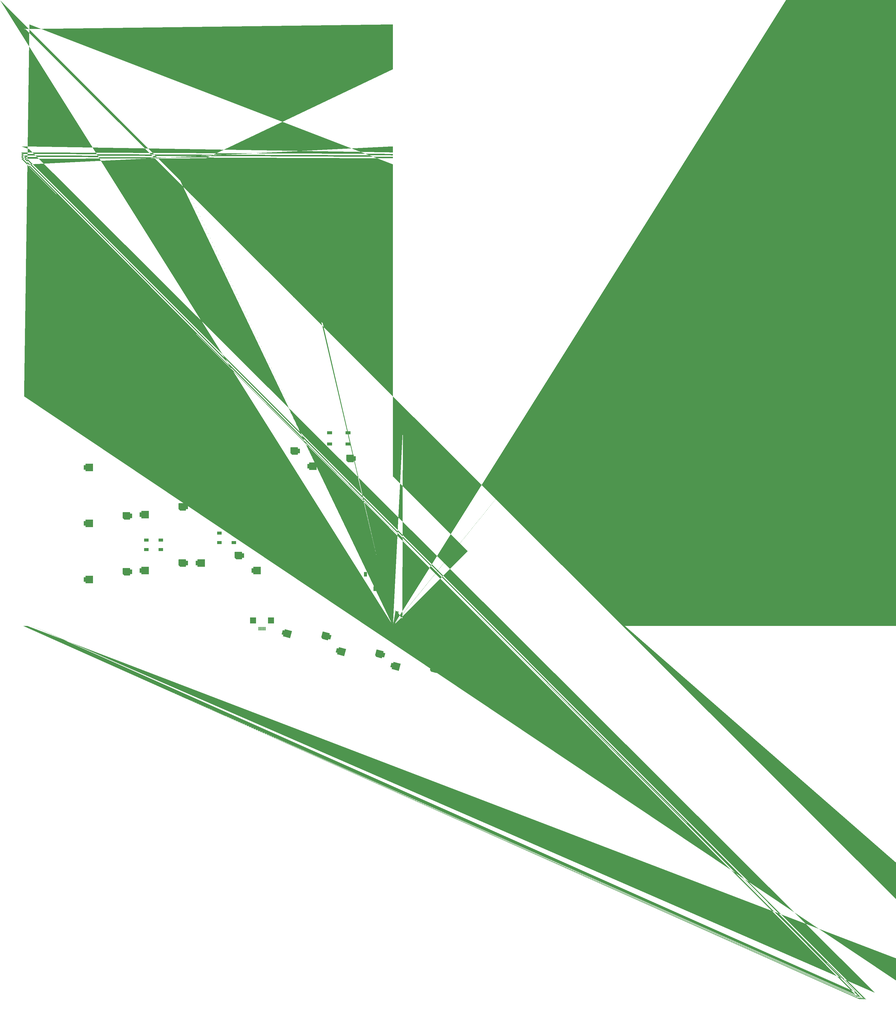
<source format=gbp>
G04 #@! TF.GenerationSoftware,KiCad,Pcbnew,(6.0.6-0)*
G04 #@! TF.CreationDate,2022-07-08T23:19:37+08:00*
G04 #@! TF.ProjectId,AT_ST,41545f53-542e-46b6-9963-61645f706362,rev?*
G04 #@! TF.SameCoordinates,Original*
G04 #@! TF.FileFunction,Paste,Bot*
G04 #@! TF.FilePolarity,Positive*
%FSLAX46Y46*%
G04 Gerber Fmt 4.6, Leading zero omitted, Abs format (unit mm)*
G04 Created by KiCad (PCBNEW (6.0.6-0)) date 2022-07-08 23:19:37*
%MOMM*%
%LPD*%
G01*
G04 APERTURE LIST*
G04 Aperture macros list*
%AMFreePoly0*
4,1,25,1.226568,1.240810,1.242719,1.230019,1.253510,1.213868,1.257300,1.194816,1.257300,-1.194816,1.253511,-1.213868,1.242719,-1.230019,1.226568,-1.240811,1.207516,-1.244600,-1.207516,-1.244600,-1.226568,-1.240810,-1.242719,-1.230019,-1.253510,-1.213868,-1.257300,-1.194816,-1.257300,-0.736600,-1.852301,-0.736600,-1.852300,0.760800,-1.257300,0.760800,-1.257300,1.194816,-1.253511,1.213868,
-1.242719,1.230019,-1.226568,1.240811,-1.207516,1.244600,1.207516,1.244600,1.226568,1.240810,1.226568,1.240810,$1*%
%AMFreePoly1*
4,1,22,1.208016,1.234829,1.224089,1.224089,1.234829,1.208016,1.238600,1.189056,1.238600,0.750600,1.939400,0.750600,1.939400,-0.749399,1.238600,-0.749400,1.238600,-1.189056,1.234829,-1.208016,1.224089,-1.224089,1.208016,-1.234829,1.189056,-1.238600,-0.743160,-1.238600,-1.238600,-0.743160,-1.238600,1.189056,-1.234829,1.208016,-1.224089,1.224089,-1.208016,1.234829,-1.189056,1.238600,
1.189056,1.238600,1.208016,1.234829,1.208016,1.234829,$1*%
%AMFreePoly2*
4,1,620,0.971579,5.578965,0.941693,5.407493,0.859873,5.253389,0.831032,5.219332,0.787994,5.164135,0.793876,5.135690,0.808253,5.128897,0.857015,5.114513,0.955055,5.087503,1.089915,5.051144,1.249136,5.008716,1.420259,4.963496,1.590828,4.918763,1.748383,4.877794,1.880465,4.843869,1.974618,4.820265,2.018383,4.810260,2.019681,4.810129,2.035083,4.782382,2.036618,4.718553,
2.024333,4.647757,2.019392,4.633115,1.999271,4.606078,1.956551,4.601120,1.873657,4.617688,1.836059,4.627372,1.743250,4.648754,1.683607,4.656541,1.671579,4.653102,1.688714,4.617722,1.736234,4.535609,1.808316,4.416007,1.899134,4.268157,2.002863,4.101302,2.113678,3.924686,2.225754,3.747550,2.333266,3.579138,2.430389,3.428691,2.511299,3.305454,2.570170,3.218667,
2.601177,3.177574,2.601990,3.176795,2.717113,3.035639,2.768393,2.878412,2.771579,2.824021,2.771579,2.686081,2.946579,2.665061,3.061337,2.655455,3.215458,2.648080,3.381647,2.644116,3.438926,2.643752,3.756274,2.643462,3.823588,2.830495,4.075296,2.830495,4.113380,2.818974,4.192811,2.803657,4.223717,2.798697,4.359188,2.777989,4.486416,3.465486,4.525340,3.674639,
4.561028,3.864178,4.591417,4.023332,4.614447,4.141331,4.628055,4.207405,4.629832,4.214889,4.628926,4.265396,4.612694,4.276795,4.592373,4.246802,4.553619,4.162704,4.500021,4.033321,4.435165,3.867472,4.362637,3.673978,4.320857,3.559190,4.247629,3.353953,4.183577,3.170644,4.131711,3.018198,4.095043,2.905553,4.076584,2.841644,4.075296,2.830495,3.823588,2.830495,
4.035201,3.418462,4.142065,3.715765,4.228546,3.956322,4.297224,4.145978,4.350674,4.290574,4.391474,4.395955,4.422202,4.467963,4.445435,4.512442,4.463751,4.535234,4.479725,4.542183,4.495937,4.539133,4.514963,4.531925,4.525004,4.528914,4.584983,4.522864,4.604912,4.535260,4.592721,4.576098,4.560191,4.662346,4.513384,4.778203,4.492755,4.827562,4.436746,4.956107,
4.396094,5.033628,4.362195,5.071313,4.326445,5.080351,4.301088,5.076795,4.234232,5.069794,4.119681,5.064628,3.976397,5.061982,3.888246,5.061870,3.660093,5.072931,3.486009,5.106196,3.355880,5.165837,3.259595,5.256027,3.204684,5.343910,3.157016,5.426715,3.129432,5.448628,3.404912,5.448628,3.435971,5.389240,3.520223,5.336860,3.644286,5.295053,3.794777,5.267384,
3.958311,5.257419,4.093943,5.265096,4.218562,5.290357,4.334125,5.331710,4.423355,5.381017,4.468973,5.430141,4.471579,5.442972,4.438978,5.456741,4.343961,5.467132,4.190706,5.473880,3.983389,5.476719,3.938246,5.476795,3.758173,5.475133,3.604069,5.470539,3.487090,5.463604,3.418392,5.454914,3.404912,5.448628,3.129432,5.448628,3.108509,5.465250,3.031729,5.476306,
2.987568,5.476795,2.895599,5.479729,2.852140,5.496625,2.839060,5.539626,2.838246,5.576795,2.838246,5.676795,4.704912,5.676795,4.704788,5.551795,4.686272,5.435829,4.641460,5.323357,4.637390,5.316454,4.570117,5.206113,4.837515,4.572401,4.917884,4.380744,4.988585,4.209868,5.045757,4.069297,5.085535,3.968557,5.104056,3.917174,5.104912,3.913092,5.078909,3.885758,
5.019920,3.848901,4.956472,3.818693,4.923272,3.810129,4.905576,3.837961,4.878086,3.905931,4.874690,3.915534,4.845953,3.981718,4.823682,4.005778,4.821615,4.004609,4.810925,3.968412,4.790284,3.876450,4.761707,3.738544,4.727211,3.564511,4.688813,3.364171,4.675051,3.290870,4.621192,2.988639,4.584207,2.748732,4.563820,2.569051,4.559753,2.447497,4.561169,2.426795,
4.549298,2.253660,4.482450,2.110961,4.368364,2.007319,4.214780,1.951357,4.127721,1.943953,4.028752,1.951165,3.951950,1.969502,3.944388,1.973006,3.893271,1.979316,3.796257,1.976604,3.672234,1.966938,3.540090,1.952386,3.418714,1.935013,3.326993,1.916889,3.284449,1.900776,3.289805,1.865748,3.317241,1.787644,3.357848,1.690252,3.401391,1.586602,3.454057,1.453369,
3.510578,1.304913,3.565687,1.155593,3.614115,1.019768,3.650595,0.911797,3.669859,0.846039,3.671569,0.835129,3.640195,0.826290,3.553876,0.818823,3.424332,0.813335,3.263279,0.810431,3.188246,0.810129,2.704912,0.810129,2.704912,0.376795,3.571579,0.376795,3.571579,-0.739871,3.570862,-1.005144,3.568824,-1.247881,3.565640,-1.460373,3.561481,-1.634913,3.556519,-1.763793,
3.550929,-1.839305,3.546579,-1.856301,3.508825,-1.853245,3.412144,-1.844644,3.263983,-1.831181,3.071792,-1.813541,2.843017,-1.792406,2.585107,-1.768462,2.305510,-1.742392,2.275997,-1.739634,1.992903,-1.713315,1.729262,-1.689078,1.492789,-1.667611,1.291201,-1.649604,1.132213,-1.635745,1.023540,-1.626722,0.972899,-1.623225,0.971574,-1.623205,0.948592,-1.611765,0.921250,-1.573041,
0.886886,-1.500430,0.842840,-1.387325,0.786449,-1.227122,0.715052,-1.013215,0.669372,-0.873205,0.426010,-0.123205,-0.128421,-0.123205,-0.128421,0.110129,0.108526,0.110129,0.237278,0.112220,0.308810,0.126017,0.332568,0.162806,0.318476,0.231542,0.548548,0.231542,0.556686,0.199458,0.582958,0.112430,0.624715,-0.021141,0.679306,-0.192856,0.744082,-0.394314,0.810519,-0.599082,
1.078990,-1.423205,1.299671,-1.423205,0.730752,0.282142,0.642901,0.260092,0.576203,0.241775,0.548548,0.231542,0.318476,0.231542,0.317998,0.233874,0.285590,0.321696,0.289977,0.345919,0.308933,0.360385,0.946228,0.360385,0.954264,0.328822,0.980539,0.243839,1.021818,0.115128,1.074868,-0.047617,1.136454,-0.234703,1.203344,-0.436436,1.272302,-0.643124,1.340096,-0.845074,
1.403491,-1.032591,1.459254,-1.195983,1.504151,-1.325556,1.534947,-1.411617,1.548345,-1.444415,1.583138,-1.450370,1.674685,-1.461169,1.813331,-1.475811,1.989420,-1.493291,2.193297,-1.512606,2.290237,-1.521511,2.516168,-1.542255,2.730599,-1.562285,2.920779,-1.580384,3.073958,-1.595334,3.177387,-1.605920,3.197128,-1.608098,3.372677,-1.628139,3.354912,0.160129,1.492288,0.173734,
1.357424,0.308598,1.288430,0.376795,1.704912,0.376795,2.471579,0.376795,2.471579,0.810129,1.704912,0.810129,1.704912,0.376795,1.288430,0.376795,1.277493,0.387606,1.224861,0.428031,1.178274,0.436972,1.116476,0.421526,1.068220,0.405180,0.991258,0.378281,0.948407,0.361600,0.946228,0.360385,0.308933,0.360385,0.326379,0.373698,0.402509,0.408457,0.526076,0.453623,
0.704793,0.512620,0.742850,0.524792,0.912291,0.578055,1.060270,0.623166,1.174688,0.656545,1.243443,0.674612,1.256504,0.676795,1.302518,0.654437,1.365364,0.599959,1.371579,0.593462,1.441264,0.528654,1.482174,0.520272,1.501080,0.571702,1.504912,0.660129,1.504912,0.810129,0.971579,0.810129,0.971579,1.043462,1.204912,1.043462,2.288246,1.043462,2.549393,1.043834,
2.787897,1.044891,2.995930,1.046540,3.165664,1.048692,3.289271,1.051255,3.358924,1.054138,3.371579,1.056058,3.359961,1.091882,3.331071,1.165355,3.321132,1.189391,3.270684,1.310129,1.204912,1.310129,1.204912,1.043462,0.971579,1.043462,0.971579,1.176795,0.972076,1.336894,0.975215,1.441929,0.983469,1.503503,0.999311,1.533219,1.025213,1.542679,1.049727,1.543462,
1.401294,1.543462,1.695577,1.543462,1.705856,1.561699,1.971579,1.561699,2.002431,1.553667,2.085069,1.547441,2.204621,1.543923,2.271579,1.543462,2.403699,1.544875,2.506130,1.548659,2.563998,1.554134,2.571579,1.557200,2.556096,1.590462,2.514977,1.666594,2.462288,1.760129,2.706807,1.760129,2.775800,1.651795,2.825015,1.585693,2.878891,1.553787,2.963460,1.543943,
3.008186,1.543462,3.102213,1.546355,3.161279,1.553738,3.171579,1.559237,3.156968,1.605946,3.120939,1.682309,3.075195,1.766935,3.031441,1.838434,3.001381,1.875415,2.997818,1.876795,2.948063,1.862914,2.912794,1.846890,2.833330,1.810073,2.780860,1.788556,2.706807,1.760129,2.462288,1.760129,2.456217,1.770907,2.438246,1.802202,2.375530,1.915749,2.328665,2.009678,
2.305882,2.067226,2.304912,2.073765,2.293494,2.102801,2.258592,2.074363,2.199234,1.987240,2.114448,1.840220,2.107838,1.828206,2.045894,1.713334,1.998674,1.621949,1.973687,1.568734,1.971579,1.561699,1.705856,1.561699,1.933903,1.966294,2.037762,2.156211,2.072533,2.226795,2.471579,2.226795,2.499065,2.150051,2.565735,2.073901,2.647904,2.021124,2.696850,2.010129,
2.794048,2.037112,2.879728,2.104449,2.931733,2.191719,2.938246,2.232606,2.910556,2.334118,2.839736,2.404223,2.744162,2.437234,2.642208,2.427466,2.552250,2.369232,2.540665,2.355633,2.492971,2.283591,2.471657,2.228839,2.471579,2.226795,2.072533,2.226795,2.105041,2.292784,2.136561,2.377854,2.133600,2.413000,2.091479,2.402157,2.024795,2.341966,1.974160,2.281834,
1.901372,2.188272,1.802996,2.061615,1.694263,1.921478,1.627321,1.835129,1.401294,1.543462,1.049727,1.543462,1.099665,1.569754,1.178174,1.641906,1.277565,1.749837,1.390151,1.883461,1.508244,2.032697,1.624155,2.187459,1.730198,2.337666,1.799253,2.443462,3.113102,2.443462,3.130109,2.285129,3.140763,2.192159,3.148765,2.133471,3.151014,2.123407,3.183410,2.125546,
3.266316,2.134192,3.384079,2.147678,3.429912,2.153145,3.565417,2.171096,3.647512,2.188089,3.689194,2.209020,3.703463,2.238786,3.704402,2.256534,3.698270,2.319714,3.674223,2.364637,3.642308,2.383369,3.910205,2.383369,3.911421,2.367903,3.949533,2.264486,4.028207,2.187392,4.127510,2.152056,4.184738,2.156270,4.273120,2.209103,4.332811,2.301181,4.350524,2.406888,
4.339981,2.455565,4.273431,2.557360,4.179728,2.601930,4.070068,2.586577,3.990917,2.539607,3.925290,2.467981,3.910205,2.383369,3.642308,2.383369,3.622179,2.395183,3.532057,2.415234,3.393774,2.428670,3.234007,2.437638,3.113102,2.443462,1.799253,2.443462,1.818685,2.473233,1.881926,2.584077,1.912236,2.660115,1.913646,2.676586,1.898805,2.729389,1.875629,2.793364,
2.129208,2.793364,2.159863,2.693565,2.226807,2.615387,2.323472,2.577790,2.343454,2.576795,2.420245,2.603988,2.498636,2.670128,2.555989,2.752059,2.571579,2.810129,2.544994,2.888672,2.480330,2.968854,2.400227,3.027516,2.343454,3.043462,2.270608,3.023165,2.203050,2.981990,2.141414,2.895826,2.129208,2.793364,1.875629,2.793364,1.860537,2.835022,1.802139,2.985239,
1.726909,3.171794,1.638144,3.386442,1.539142,3.620936,1.491912,3.731242,1.375886,4.001990,1.284453,4.218141,1.215310,4.386099,1.166152,4.512267,1.134675,4.603049,1.124000,4.644023,1.381818,4.644023,1.389283,4.593314,1.422147,4.489500,1.479625,4.335085,1.560933,4.132572,1.656865,3.904160,1.760738,3.660770,1.841584,3.472108,1.902864,3.331727,1.948043,3.233179,
1.980583,3.170016,2.003947,3.135789,2.021598,3.124051,2.037000,3.128353,2.053615,3.142246,2.062090,3.149643,2.135111,3.197607,2.193926,3.226795,2.218907,3.239165,2.232749,3.256468,2.231973,3.286052,2.213100,3.335266,2.172650,3.411460,2.107143,3.521981,2.013101,3.674179,1.886168,3.876795,1.769325,4.062877,1.661649,4.234225,1.569178,4.381241,1.497953,4.494324,
1.454013,4.563876,1.446225,4.576114,1.400537,4.639124,1.381818,4.644023,1.124000,4.644023,1.118574,4.664848,1.115544,4.704067,1.123282,4.727109,1.130745,4.734784,1.165725,4.775848,1.164993,4.794492,1.118597,4.816356,1.021040,4.847563,0.886599,4.884711,0.729549,4.924397,0.564168,4.963217,0.404731,4.997769,0.265514,5.024650,0.160793,5.040457,0.121579,5.043209,
-0.107925,5.064964,-0.300246,5.125984,-0.447866,5.222661,-0.543261,5.351385,-0.549306,5.365084,-0.581617,5.430593,-0.328421,5.430593,-0.297640,5.374843,-0.214473,5.328892,-0.092683,5.294246,0.053969,5.272409,0.211719,5.264887,0.366806,5.273186,0.505466,5.298811,0.590044,5.330129,0.680096,5.378481,0.726708,5.415168,0.725922,5.441708,0.673778,5.459619,0.566317,5.470420,
0.399582,5.475629,0.207690,5.476795,0.001537,5.475800,-0.146438,5.472329,-0.244700,5.465652,-0.301715,5.455040,-0.325948,5.439764,-0.328421,5.430593,-0.581617,5.430593,-0.582210,5.431795,-0.622789,5.464761,-0.693555,5.475791,-0.762202,5.476795,-0.860695,5.478996,-0.909749,5.492505,-0.926582,5.527681,-0.928421,5.576795,-0.928421,5.676795,0.971579,5.676795,0.971579,5.578965,
0.971579,5.578965,$1*%
%AMFreePoly3*
4,1,42,0.613446,0.519949,0.770660,0.431157,0.889396,0.300110,0.961869,0.141146,0.980294,-0.031401,0.964618,-0.126720,0.890789,-0.294715,0.779037,-0.419417,0.640748,-0.500897,0.487306,-0.539224,0.330099,-0.534468,0.180512,-0.486700,0.049931,-0.395989,-0.050259,-0.262406,-0.101923,-0.120158,-0.108003,-0.019307,0.096779,-0.019307,0.124112,-0.106341,0.192871,-0.199748,0.283191,-0.279666,
0.375212,-0.326232,0.408544,-0.331071,0.551791,-0.303940,0.662369,-0.231615,0.734193,-0.127700,0.761178,-0.005798,0.737239,0.120486,0.660882,0.233031,0.540219,0.316024,0.408549,0.333504,0.268280,0.288095,0.169255,0.201938,0.109254,0.076129,0.096779,-0.019307,-0.108003,-0.019307,-0.112869,0.061415,-0.067944,0.226716,0.023100,0.367020,0.150512,0.473603,0.304543,0.537740,
0.475441,0.550706,0.613446,0.519949,0.613446,0.519949,$1*%
G04 Aperture macros list end*
%ADD10FreePoly0,345.000000*%
%ADD11FreePoly1,345.000000*%
%ADD12FreePoly0,0.000000*%
%ADD13FreePoly1,0.000000*%
%ADD14R,1.500000X1.000000*%
%ADD15R,1.000000X1.500000*%
%ADD16R,1.700000X1.000000*%
%ADD17R,0.300000X1.250000*%
%ADD18R,2.000000X2.000000*%
%ADD19FreePoly2,180.000000*%
%ADD20FreePoly3,180.000000*%
G04 APERTURE END LIST*
D10*
X205213615Y-139016222D03*
D11*
X218067867Y-139758231D03*
D12*
X119939266Y-68513875D03*
D13*
X132547566Y-65903675D03*
D12*
X176938564Y-90058675D03*
D13*
X189546864Y-87448475D03*
D12*
X138938666Y-65973115D03*
D13*
X151546966Y-63362915D03*
D12*
X176938564Y-109053675D03*
D13*
X189546864Y-106443475D03*
D12*
X100939066Y-109514275D03*
D13*
X113547366Y-106904075D03*
D12*
X138938666Y-103973275D03*
D13*
X151546966Y-101363075D03*
D12*
X157938866Y-68513315D03*
D13*
X170547166Y-65903115D03*
D14*
X174881000Y-97307600D03*
X174881000Y-100507600D03*
X169981000Y-100507600D03*
X169981000Y-97307600D03*
D12*
X157938866Y-106513675D03*
D13*
X170547166Y-103903475D03*
D10*
X186595415Y-134025305D03*
D11*
X199449667Y-134767314D03*
D15*
X197967400Y-112629114D03*
X194767400Y-112629114D03*
X194767400Y-107729114D03*
X197967400Y-107729114D03*
D10*
X168281393Y-127915279D03*
D11*
X181135645Y-128657288D03*
D12*
X119939266Y-87513475D03*
D13*
X132547566Y-84903275D03*
D12*
X100939066Y-71513475D03*
D13*
X113547366Y-68903275D03*
D12*
X138938666Y-84973075D03*
D13*
X151546966Y-82362875D03*
D14*
X150044600Y-93777000D03*
X150044600Y-96977000D03*
X145144600Y-96977000D03*
X145144600Y-93777000D03*
X125208200Y-96190000D03*
X125208200Y-99390000D03*
X120308200Y-99390000D03*
X120308200Y-96190000D03*
D12*
X157938866Y-87513275D03*
D13*
X170547166Y-84903075D03*
D12*
X176938564Y-71104875D03*
D13*
X189546864Y-68494675D03*
D12*
X100939066Y-90513875D03*
D13*
X113547366Y-87903675D03*
D12*
X119939266Y-106513075D03*
D13*
X132547566Y-103902875D03*
D16*
X188849400Y-59724390D03*
X182549400Y-59724390D03*
X182549400Y-63524390D03*
X188849400Y-63524390D03*
D17*
X158636337Y-126169803D03*
X159136337Y-126169803D03*
X159636337Y-126169803D03*
X160136337Y-126169803D03*
X160636337Y-126169803D03*
D18*
X162686337Y-123444803D03*
X156586337Y-123444803D03*
D19*
X204056756Y-125256551D03*
D20*
X202481956Y-124697751D03*
M02*

</source>
